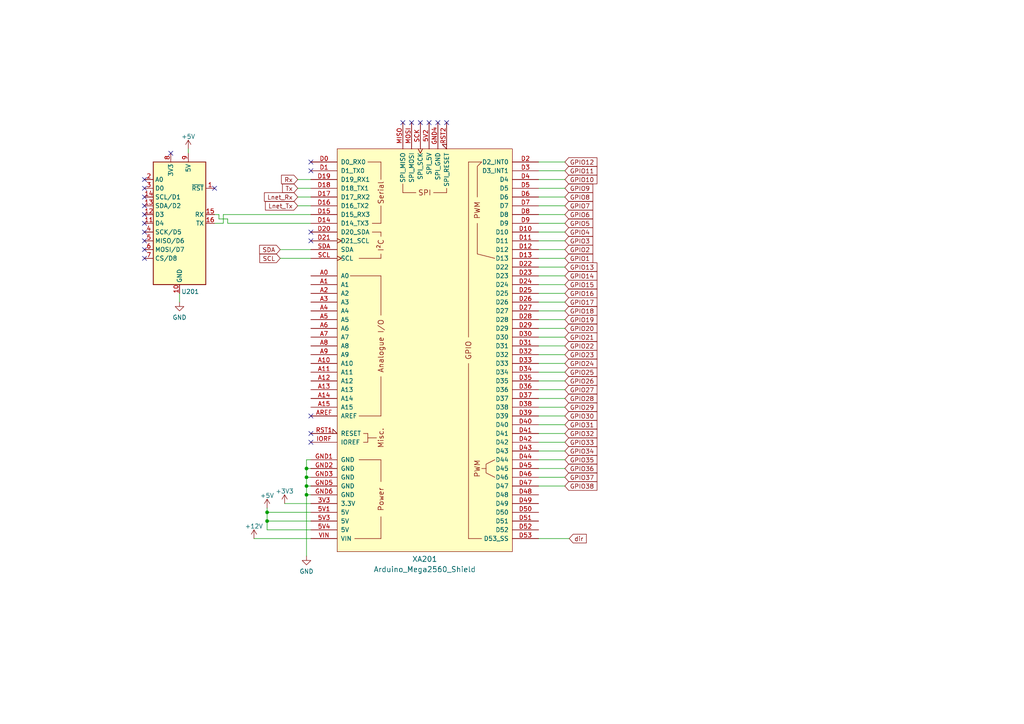
<source format=kicad_sch>
(kicad_sch (version 20211123) (generator eeschema)
  (paper "A4")
  (lib_symbols
    (symbol "MCU_Module:WeMos_D1_mini"
      (property "Reference" "U" (at 3.81 19.05 0))
      (property "Value" "WeMos_D1_mini" (at 1.27 -19.05 0))
      (symbol "WeMos_D1_mini_1_1"
        (rectangle (start -7.62 17.78) (end 7.62 -17.78) (stroke (width 0.254)) (fill (type background)))
        (pin input line (at -10.16 10.16 0) (length 2.54) (name "~{RST}") (number "1"))
        (pin power_in line (at 0 -20.32 90) (length 2.54) (name "GND") (number "10"))
        (pin bidirectional line (at 10.16 0 180) (length 2.54) (name "D4") (number "11"))
        (pin bidirectional line (at 10.16 2.54 180) (length 2.54) (name "D3") (number "12"))
        (pin bidirectional line (at 10.16 5.08 180) (length 2.54) (name "SDA/D2") (number "13"))
        (pin bidirectional line (at 10.16 7.62 180) (length 2.54) (name "SCL/D1") (number "14"))
        (pin input line (at -10.16 2.54 0) (length 2.54) (name "RX") (number "15"))
        (pin output line (at -10.16 0 0) (length 2.54) (name "TX") (number "16"))
        (pin input line (at 10.16 12.7 180) (length 2.54) (name "A0") (number "2"))
        (pin bidirectional line (at 10.16 10.16 180) (length 2.54) (name "D0") (number "3"))
        (pin bidirectional line (at 10.16 -2.54 180) (length 2.54) (name "SCK/D5") (number "4"))
        (pin bidirectional line (at 10.16 -5.08 180) (length 2.54) (name "MISO/D6") (number "5"))
        (pin bidirectional line (at 10.16 -7.62 180) (length 2.54) (name "MOSI/D7") (number "6"))
        (pin bidirectional line (at 10.16 -10.16 180) (length 2.54) (name "CS/D8") (number "7"))
        (pin power_out line (at 2.54 20.32 270) (length 2.54) (name "3V3") (number "8"))
        (pin power_in line (at -2.54 20.32 270) (length 2.54) (name "5V") (number "9"))
      )
    )
    (symbol "arduino:Arduino_Mega2560_Shield" (pin_names (offset 1.016))
      (property "Reference" "XA" (at 2.54 0 90))
      (property "Value" "Arduino_Mega2560_Shield" (at -2.54 0 90))
      (symbol "Arduino_Mega2560_Shield_0_0"
        (rectangle (start -25.4 -58.42) (end 25.4 58.42) (fill (type background)))
        (rectangle (start -20.32 -54.61) (end -12.7 -54.61))
        (rectangle (start -19.05 -31.75) (end -12.7 -31.75))
        (rectangle (start -19.05 -19.05) (end -12.7 -19.05))
        (rectangle (start -19.05 26.67) (end -12.7 26.67))
        (rectangle (start -17.78 -26.67) (end -16.51 -26.67))
        (rectangle (start -17.78 -24.13) (end -16.51 -24.13))
        (rectangle (start -16.51 -25.4) (end -13.97 -25.4))
        (rectangle (start -16.51 -24.13) (end -16.51 -26.67))
        (rectangle (start -16.51 54.61) (end -12.7 54.61))
        (rectangle (start -15.24 34.29) (end -12.7 34.29))
        (rectangle (start -15.24 36.83) (end -12.7 36.83))
        (rectangle (start -12.7 -54.61) (end -12.7 -48.26))
        (rectangle (start -12.7 -31.75) (end -12.7 -38.1))
        (rectangle (start -12.7 26.67) (end -12.7 27.94))
        (rectangle (start -12.7 34.29) (end -12.7 33.02))
        (rectangle (start -12.7 41.91) (end -12.7 36.83))
        (rectangle (start -12.7 49.53) (end -12.7 54.61))
        (rectangle (start -6.35 48.26) (end -6.35 45.72))
        (rectangle (start -2.54 45.72) (end -6.35 45.72))
        (polyline (pts (xy -21.59 21.59) (xy -12.7 21.59)))
        (polyline (pts (xy -12.7 -19.05) (xy -12.7 -7.62)))
        (polyline (pts (xy -12.7 10.16) (xy -12.7 21.59)))
        (polyline (pts (xy 12.7 -54.61) (xy 16.51 -54.61)))
        (polyline (pts (xy 12.7 54.61) (xy 16.51 54.61)))
        (polyline (pts (xy 17.78 -34.29) (xy 16.51 -34.29)))
        (polyline (pts (xy 15.24 36.83) (xy 15.24 27.94) (xy 20.32 26.67)))
        (polyline (pts (xy 15.24 44.45) (xy 15.24 53.34) (xy 16.51 54.61)))
        (polyline (pts (xy 20.32 -31.75) (xy 17.78 -33.02) (xy 17.78 -35.56) (xy 20.32 -36.83)))
        (rectangle (start 6.35 45.72) (end 2.54 45.72))
        (rectangle (start 6.35 46.99) (end 6.35 45.72))
        (text "Analogue I/O" (at -12.7 1.27 900) (effects (font (size 1.524 1.524))))
        (text "I²C" (at -12.7 30.48 900) (effects (font (size 1.524 1.524))))
        (text "Misc." (at -12.7 -25.4 900) (effects (font (size 1.524 1.524))))
        (text "Power" (at -12.7 -43.18 900) (effects (font (size 1.524 1.524))))
        (text "PWM" (at 15.24 -34.29 900) (effects (font (size 1.524 1.524))))
        (text "PWM" (at 15.24 40.64 900) (effects (font (size 1.524 1.524))))
        (text "Serial" (at -12.7 45.72 900) (effects (font (size 1.524 1.524))))
        (text "SPI" (at 0 45.72 0) (effects (font (size 1.524 1.524))))
      )
      (symbol "Arduino_Mega2560_Shield_1_0"
        (rectangle (start 12.7 -54.61) (end 12.7 -3.81))
        (rectangle (start 12.7 54.61) (end 12.7 3.81))
        (text "GPIO" (at 12.7 0 900) (effects (font (size 1.524 1.524))))
      )
      (symbol "Arduino_Mega2560_Shield_1_1"
        (pin power_out line (at -33.02 -44.45 0) (length 7.62) (name "3.3V") (number "3V3"))
        (pin power_in line (at -33.02 -46.99 0) (length 7.62) (name "5V") (number "5V1"))
        (pin power_in line (at 1.27 66.04 270) (length 7.62) (name "SPI_5V") (number "5V2"))
        (pin power_in line (at -33.02 -49.53 0) (length 7.62) (name "5V") (number "5V3"))
        (pin power_in line (at -33.02 -52.07 0) (length 7.62) (name "5V") (number "5V4"))
        (pin bidirectional line (at -33.02 21.59 0) (length 7.62) (name "A0") (number "A0"))
        (pin bidirectional line (at -33.02 19.05 0) (length 7.62) (name "A1") (number "A1"))
        (pin bidirectional line (at -33.02 -3.81 0) (length 7.62) (name "A10") (number "A10"))
        (pin bidirectional line (at -33.02 -6.35 0) (length 7.62) (name "A11") (number "A11"))
        (pin bidirectional line (at -33.02 -8.89 0) (length 7.62) (name "A12") (number "A12"))
        (pin bidirectional line (at -33.02 -11.43 0) (length 7.62) (name "A13") (number "A13"))
        (pin bidirectional line (at -33.02 -13.97 0) (length 7.62) (name "A14") (number "A14"))
        (pin bidirectional line (at -33.02 -16.51 0) (length 7.62) (name "A15") (number "A15"))
        (pin bidirectional line (at -33.02 16.51 0) (length 7.62) (name "A2") (number "A2"))
        (pin bidirectional line (at -33.02 13.97 0) (length 7.62) (name "A3") (number "A3"))
        (pin bidirectional line (at -33.02 11.43 0) (length 7.62) (name "A4") (number "A4"))
        (pin bidirectional line (at -33.02 8.89 0) (length 7.62) (name "A5") (number "A5"))
        (pin bidirectional line (at -33.02 6.35 0) (length 7.62) (name "A6") (number "A6"))
        (pin bidirectional line (at -33.02 3.81 0) (length 7.62) (name "A7") (number "A7"))
        (pin bidirectional line (at -33.02 1.27 0) (length 7.62) (name "A8") (number "A8"))
        (pin bidirectional line (at -33.02 -1.27 0) (length 7.62) (name "A9") (number "A9"))
        (pin input line (at -33.02 -19.05 0) (length 7.62) (name "AREF") (number "AREF"))
        (pin bidirectional line (at -33.02 54.61 0) (length 7.62) (name "D0_RX0") (number "D0"))
        (pin bidirectional line (at -33.02 52.07 0) (length 7.62) (name "D1_TX0") (number "D1"))
        (pin bidirectional line (at 33.02 34.29 180) (length 7.62) (name "D10") (number "D10"))
        (pin bidirectional line (at 33.02 31.75 180) (length 7.62) (name "D11") (number "D11"))
        (pin bidirectional line (at 33.02 29.21 180) (length 7.62) (name "D12") (number "D12"))
        (pin bidirectional line (at 33.02 26.67 180) (length 7.62) (name "D13") (number "D13"))
        (pin bidirectional line (at -33.02 36.83 0) (length 7.62) (name "D14_TX3") (number "D14"))
        (pin bidirectional line (at -33.02 39.37 0) (length 7.62) (name "D15_RX3") (number "D15"))
        (pin bidirectional line (at -33.02 41.91 0) (length 7.62) (name "D16_TX2") (number "D16"))
        (pin bidirectional line (at -33.02 44.45 0) (length 7.62) (name "D17_RX2") (number "D17"))
        (pin bidirectional line (at -33.02 46.99 0) (length 7.62) (name "D18_TX1") (number "D18"))
        (pin bidirectional line (at -33.02 49.53 0) (length 7.62) (name "D19_RX1") (number "D19"))
        (pin bidirectional line (at 33.02 54.61 180) (length 7.62) (name "D2_INT0") (number "D2"))
        (pin bidirectional line (at -33.02 34.29 0) (length 7.62) (name "D20_SDA") (number "D20"))
        (pin bidirectional clock (at -33.02 31.75 0) (length 7.62) (name "D21_SCL") (number "D21"))
        (pin bidirectional line (at 33.02 24.13 180) (length 7.62) (name "D22") (number "D22"))
        (pin bidirectional line (at 33.02 21.59 180) (length 7.62) (name "D23") (number "D23"))
        (pin bidirectional line (at 33.02 19.05 180) (length 7.62) (name "D24") (number "D24"))
        (pin bidirectional line (at 33.02 16.51 180) (length 7.62) (name "D25") (number "D25"))
        (pin bidirectional line (at 33.02 13.97 180) (length 7.62) (name "D26") (number "D26"))
        (pin bidirectional line (at 33.02 11.43 180) (length 7.62) (name "D27") (number "D27"))
        (pin bidirectional line (at 33.02 8.89 180) (length 7.62) (name "D28") (number "D28"))
        (pin bidirectional line (at 33.02 6.35 180) (length 7.62) (name "D29") (number "D29"))
        (pin bidirectional line (at 33.02 52.07 180) (length 7.62) (name "D3_INT1") (number "D3"))
        (pin bidirectional line (at 33.02 3.81 180) (length 7.62) (name "D30") (number "D30"))
        (pin bidirectional line (at 33.02 1.27 180) (length 7.62) (name "D31") (number "D31"))
        (pin bidirectional line (at 33.02 -1.27 180) (length 7.62) (name "D32") (number "D32"))
        (pin bidirectional line (at 33.02 -3.81 180) (length 7.62) (name "D33") (number "D33"))
        (pin bidirectional line (at 33.02 -6.35 180) (length 7.62) (name "D34") (number "D34"))
        (pin bidirectional line (at 33.02 -8.89 180) (length 7.62) (name "D35") (number "D35"))
        (pin bidirectional line (at 33.02 -11.43 180) (length 7.62) (name "D36") (number "D36"))
        (pin bidirectional line (at 33.02 -13.97 180) (length 7.62) (name "D37") (number "D37"))
        (pin bidirectional line (at 33.02 -16.51 180) (length 7.62) (name "D38") (number "D38"))
        (pin bidirectional line (at 33.02 -19.05 180) (length 7.62) (name "D39") (number "D39"))
        (pin bidirectional line (at 33.02 49.53 180) (length 7.62) (name "D4") (number "D4"))
        (pin bidirectional line (at 33.02 -21.59 180) (length 7.62) (name "D40") (number "D40"))
        (pin bidirectional line (at 33.02 -24.13 180) (length 7.62) (name "D41") (number "D41"))
        (pin bidirectional line (at 33.02 -26.67 180) (length 7.62) (name "D42") (number "D42"))
        (pin bidirectional line (at 33.02 -29.21 180) (length 7.62) (name "D43") (number "D43"))
        (pin bidirectional line (at 33.02 -31.75 180) (length 7.62) (name "D44") (number "D44"))
        (pin bidirectional line (at 33.02 -34.29 180) (length 7.62) (name "D45") (number "D45"))
        (pin bidirectional line (at 33.02 -36.83 180) (length 7.62) (name "D46") (number "D46"))
        (pin bidirectional line (at 33.02 -39.37 180) (length 7.62) (name "D47") (number "D47"))
        (pin bidirectional line (at 33.02 -41.91 180) (length 7.62) (name "D48") (number "D48"))
        (pin bidirectional line (at 33.02 -44.45 180) (length 7.62) (name "D49") (number "D49"))
        (pin bidirectional line (at 33.02 46.99 180) (length 7.62) (name "D5") (number "D5"))
        (pin bidirectional line (at 33.02 -46.99 180) (length 7.62) (name "D50") (number "D50"))
        (pin bidirectional line (at 33.02 -49.53 180) (length 7.62) (name "D51") (number "D51"))
        (pin bidirectional line (at 33.02 -52.07 180) (length 7.62) (name "D52") (number "D52"))
        (pin bidirectional line (at 33.02 -54.61 180) (length 7.62) (name "D53_SS") (number "D53"))
        (pin bidirectional line (at 33.02 44.45 180) (length 7.62) (name "D6") (number "D6"))
        (pin bidirectional line (at 33.02 41.91 180) (length 7.62) (name "D7") (number "D7"))
        (pin bidirectional line (at 33.02 39.37 180) (length 7.62) (name "D8") (number "D8"))
        (pin bidirectional line (at 33.02 36.83 180) (length 7.62) (name "D9") (number "D9"))
        (pin power_in line (at -33.02 -31.75 0) (length 7.62) (name "GND") (number "GND1"))
        (pin power_in line (at -33.02 -34.29 0) (length 7.62) (name "GND") (number "GND2"))
        (pin power_in line (at -33.02 -36.83 0) (length 7.62) (name "GND") (number "GND3"))
        (pin power_in line (at 3.81 66.04 270) (length 7.62) (name "SPI_GND") (number "GND4"))
        (pin power_in line (at -33.02 -39.37 0) (length 7.62) (name "GND") (number "GND5"))
        (pin power_in line (at -33.02 -41.91 0) (length 7.62) (name "GND") (number "GND6"))
        (pin output line (at -33.02 -26.67 0) (length 7.62) (name "IOREF") (number "IORF"))
        (pin input line (at -6.35 66.04 270) (length 7.62) (name "SPI_MISO") (number "MISO"))
        (pin output line (at -3.81 66.04 270) (length 7.62) (name "SPI_MOSI") (number "MOSI"))
        (pin open_collector input_low (at -33.02 -24.13 0) (length 7.62) (name "RESET") (number "RST1"))
        (pin open_collector input_low (at 6.35 66.04 270) (length 7.62) (name "SPI_RESET") (number "RST2"))
        (pin output clock (at -1.27 66.04 270) (length 7.62) (name "SPI_SCK") (number "SCK"))
        (pin bidirectional clock (at -33.02 26.67 0) (length 7.62) (name "SCL") (number "SCL"))
        (pin bidirectional line (at -33.02 29.21 0) (length 7.62) (name "SDA") (number "SDA"))
        (pin power_in line (at -33.02 -54.61 0) (length 7.62) (name "VIN") (number "VIN"))
      )
    )
    (symbol "power:+12V" (power) (pin_names (offset 0))
      (property "Value" "+12V" (at 0 3.556 0))
      (symbol "+12V_0_1"
        (polyline (pts (xy -0.762 1.27) (xy 0 2.54)))
        (polyline (pts (xy 0 0) (xy 0 2.54)))
        (polyline (pts (xy 0 2.54) (xy 0.762 1.27)))
      )
      (symbol "+12V_1_1"
        (pin power_in line (at 0 0 90) (length 0) hide (name "+12V") (number "1"))
      )
    )
    (symbol "power:+3V3" (power) (pin_names (offset 0))
      (property "Value" "+3V3" (at 0 3.556 0))
      (symbol "+3V3_0_1"
        (polyline (pts (xy -0.762 1.27) (xy 0 2.54)))
        (polyline (pts (xy 0 0) (xy 0 2.54)))
        (polyline (pts (xy 0 2.54) (xy 0.762 1.27)))
      )
      (symbol "+3V3_1_1"
        (pin power_in line (at 0 0 90) (length 0) hide (name "+3V3") (number "1"))
      )
    )
    (symbol "power:+5V" (power) (pin_names (offset 0))
      (property "Value" "+5V" (at 0 3.556 0))
      (symbol "+5V_0_1"
        (polyline (pts (xy -0.762 1.27) (xy 0 2.54)))
        (polyline (pts (xy 0 0) (xy 0 2.54)))
        (polyline (pts (xy 0 2.54) (xy 0.762 1.27)))
      )
      (symbol "+5V_1_1"
        (pin power_in line (at 0 0 90) (length 0) hide (name "+5V") (number "1"))
      )
    )
    (symbol "power:GND" (power) (pin_names (offset 0))
      (property "Value" "GND" (at 0 -3.81 0))
      (symbol "GND_0_1"
        (polyline (pts (xy 0 0) (xy 0 -1.27) (xy 1.27 -1.27) (xy 0 -2.54) (xy -1.27 -1.27) (xy 0 -1.27)))
      )
      (symbol "GND_1_1"
        (pin power_in line (at 0 0 270) (length 0) hide (name "GND") (number "1"))
      )
    )
  )
  (junction (at 88.9 138.43))
  (junction (at 88.9 143.51))
  (junction (at 77.47 151.13))
  (junction (at 77.47 148.59))
  (junction (at 88.9 135.89))
  (junction (at 88.9 140.97))
  (no_connect (at 90.17 69.85))
  (no_connect (at 62.23 54.61))
  (no_connect (at 49.53 44.45))
  (no_connect (at 41.91 52.07))
  (no_connect (at 41.91 54.61))
  (no_connect (at 41.91 57.15))
  (no_connect (at 41.91 59.69))
  (no_connect (at 41.91 62.23))
  (no_connect (at 41.91 64.77))
  (no_connect (at 41.91 67.31))
  (no_connect (at 41.91 69.85))
  (no_connect (at 41.91 72.39))
  (no_connect (at 41.91 74.93))
  (no_connect (at 90.17 67.31))
  (no_connect (at 90.17 49.53))
  (no_connect (at 90.17 46.99))
  (no_connect (at 129.54 35.56))
  (no_connect (at 127 35.56))
  (no_connect (at 124.46 35.56))
  (no_connect (at 121.92 35.56))
  (no_connect (at 119.38 35.56))
  (no_connect (at 116.84 35.56))
  (no_connect (at 90.17 120.65))
  (no_connect (at 90.17 128.27))
  (no_connect (at 90.17 125.73))
  (wire (pts (xy 82.55 146.05) (xy 90.17 146.05)))
  (wire (pts (xy 81.28 74.93) (xy 90.17 74.93)))
  (wire (pts (xy 73.66 156.21) (xy 90.17 156.21)))
  (wire (pts (xy 163.83 107.95) (xy 156.21 107.95)))
  (wire (pts (xy 163.83 105.41) (xy 156.21 105.41)))
  (wire (pts (xy 86.36 52.07) (xy 90.17 52.07)))
  (wire (pts (xy 63.5 63.5) (xy 63.5 62.23)))
  (wire (pts (xy 88.9 140.97) (xy 90.17 140.97)))
  (wire (pts (xy 86.36 57.15) (xy 90.17 57.15)))
  (wire (pts (xy 163.83 67.31) (xy 156.21 67.31)))
  (wire (pts (xy 163.83 113.03) (xy 156.21 113.03)))
  (wire (pts (xy 88.9 133.35) (xy 90.17 133.35)))
  (wire (pts (xy 88.9 138.43) (xy 88.9 135.89)))
  (wire (pts (xy 163.83 120.65) (xy 156.21 120.65)))
  (wire (pts (xy 62.23 62.23) (xy 63.5 62.23)))
  (wire (pts (xy 77.47 148.59) (xy 90.17 148.59)))
  (wire (pts (xy 64.77 64.77) (xy 64.77 62.23)))
  (wire (pts (xy 88.9 135.89) (xy 88.9 133.35)))
  (wire (pts (xy 163.83 52.07) (xy 156.21 52.07)))
  (wire (pts (xy 163.83 87.63) (xy 156.21 87.63)))
  (wire (pts (xy 163.83 46.99) (xy 156.21 46.99)))
  (wire (pts (xy 163.83 97.79) (xy 156.21 97.79)))
  (wire (pts (xy 163.83 77.47) (xy 156.21 77.47)))
  (wire (pts (xy 163.83 100.33) (xy 156.21 100.33)))
  (wire (pts (xy 163.83 59.69) (xy 156.21 59.69)))
  (wire (pts (xy 163.83 72.39) (xy 156.21 72.39)))
  (wire (pts (xy 77.47 151.13) (xy 90.17 151.13)))
  (wire (pts (xy 163.83 133.35) (xy 156.21 133.35)))
  (wire (pts (xy 163.83 102.87) (xy 156.21 102.87)))
  (wire (pts (xy 163.83 69.85) (xy 156.21 69.85)))
  (wire (pts (xy 163.83 64.77) (xy 156.21 64.77)))
  (wire (pts (xy 54.61 43.18) (xy 54.61 44.45)))
  (wire (pts (xy 163.83 82.55) (xy 156.21 82.55)))
  (wire (pts (xy 88.9 143.51) (xy 90.17 143.51)))
  (wire (pts (xy 77.47 148.59) (xy 77.47 151.13)))
  (wire (pts (xy 163.83 95.25) (xy 156.21 95.25)))
  (wire (pts (xy 163.83 128.27) (xy 156.21 128.27)))
  (wire (pts (xy 163.83 138.43) (xy 156.21 138.43)))
  (wire (pts (xy 163.83 135.89) (xy 156.21 135.89)))
  (wire (pts (xy 163.83 90.17) (xy 156.21 90.17)))
  (wire (pts (xy 77.47 147.32) (xy 77.47 148.59)))
  (wire (pts (xy 163.83 110.49) (xy 156.21 110.49)))
  (wire (pts (xy 163.83 140.97) (xy 156.21 140.97)))
  (wire (pts (xy 163.83 125.73) (xy 156.21 125.73)))
  (wire (pts (xy 163.83 62.23) (xy 156.21 62.23)))
  (wire (pts (xy 86.36 54.61) (xy 90.17 54.61)))
  (wire (pts (xy 163.83 54.61) (xy 156.21 54.61)))
  (wire (pts (xy 88.9 138.43) (xy 90.17 138.43)))
  (wire (pts (xy 81.28 72.39) (xy 90.17 72.39)))
  (wire (pts (xy 156.21 156.21) (xy 165.1 156.21)))
  (wire (pts (xy 163.83 118.11) (xy 156.21 118.11)))
  (wire (pts (xy 163.83 80.01) (xy 156.21 80.01)))
  (wire (pts (xy 77.47 153.67) (xy 77.47 151.13)))
  (wire (pts (xy 86.36 59.69) (xy 90.17 59.69)))
  (wire (pts (xy 163.83 115.57) (xy 156.21 115.57)))
  (wire (pts (xy 66.04 63.5) (xy 63.5 63.5)))
  (wire (pts (xy 66.04 64.77) (xy 66.04 63.5)))
  (wire (pts (xy 88.9 140.97) (xy 88.9 138.43)))
  (wire (pts (xy 163.83 49.53) (xy 156.21 49.53)))
  (wire (pts (xy 88.9 143.51) (xy 88.9 140.97)))
  (wire (pts (xy 88.9 135.89) (xy 90.17 135.89)))
  (wire (pts (xy 163.83 57.15) (xy 156.21 57.15)))
  (wire (pts (xy 90.17 153.67) (xy 77.47 153.67)))
  (wire (pts (xy 52.07 85.09) (xy 52.07 87.63)))
  (wire (pts (xy 163.83 85.09) (xy 156.21 85.09)))
  (wire (pts (xy 88.9 161.29) (xy 88.9 143.51)))
  (wire (pts (xy 64.77 62.23) (xy 90.17 62.23)))
  (wire (pts (xy 66.04 64.77) (xy 90.17 64.77)))
  (wire (pts (xy 62.23 64.77) (xy 64.77 64.77)))
  (wire (pts (xy 163.83 92.71) (xy 156.21 92.71)))
  (wire (pts (xy 163.83 74.93) (xy 156.21 74.93)))
  (wire (pts (xy 163.83 130.81) (xy 156.21 130.81)))
  (wire (pts (xy 163.83 123.19) (xy 156.21 123.19)))
  (global_label "GPIO5" (shape input) (at 163.83 64.77 0) (property "Intersheet References" "${INTERSHEET_REFS}" (effects hide)))
  (global_label "Lnet_Rx" (shape input) (at 86.36 57.15 180) (property "Intersheet References" "${INTERSHEET_REFS}" (effects hide)))
  (global_label "GPIO20" (shape input) (at 163.83 95.25 0) (property "Intersheet References" "${INTERSHEET_REFS}" (effects hide)))
  (global_label "GPIO37" (shape input) (at 163.83 138.43 0) (property "Intersheet References" "${INTERSHEET_REFS}" (effects hide)))
  (global_label "SDA" (shape input) (at 81.28 72.39 180) (property "Intersheet References" "${INTERSHEET_REFS}" (effects hide)))
  (global_label "GPIO14" (shape input) (at 163.83 80.01 0) (property "Intersheet References" "${INTERSHEET_REFS}" (effects hide)))
  (global_label "GPIO9" (shape input) (at 163.83 54.61 0) (property "Intersheet References" "${INTERSHEET_REFS}" (effects hide)))
  (global_label "GPIO38" (shape input) (at 163.83 140.97 0) (property "Intersheet References" "${INTERSHEET_REFS}" (effects hide)))
  (global_label "GPIO31" (shape input) (at 163.83 123.19 0) (property "Intersheet References" "${INTERSHEET_REFS}" (effects hide)))
  (global_label "GPIO30" (shape input) (at 163.83 120.65 0) (property "Intersheet References" "${INTERSHEET_REFS}" (effects hide)))
  (global_label "GPIO17" (shape input) (at 163.83 87.63 0) (property "Intersheet References" "${INTERSHEET_REFS}" (effects hide)))
  (global_label "GPIO10" (shape input) (at 163.83 52.07 0) (property "Intersheet References" "${INTERSHEET_REFS}" (effects hide)))
  (global_label "GPIO27" (shape input) (at 163.83 113.03 0) (property "Intersheet References" "${INTERSHEET_REFS}" (effects hide)))
  (global_label "GPIO21" (shape input) (at 163.83 97.79 0) (property "Intersheet References" "${INTERSHEET_REFS}" (effects hide)))
  (global_label "GPIO28" (shape input) (at 163.83 115.57 0) (property "Intersheet References" "${INTERSHEET_REFS}" (effects hide)))
  (global_label "GPIO35" (shape input) (at 163.83 133.35 0) (property "Intersheet References" "${INTERSHEET_REFS}" (effects hide)))
  (global_label "GPIO15" (shape input) (at 163.83 82.55 0) (property "Intersheet References" "${INTERSHEET_REFS}" (effects hide)))
  (global_label "Tx" (shape input) (at 86.36 54.61 180) (property "Intersheet References" "${INTERSHEET_REFS}" (effects hide)))
  (global_label "GPIO4" (shape input) (at 163.83 67.31 0) (property "Intersheet References" "${INTERSHEET_REFS}" (effects hide)))
  (global_label "GPIO16" (shape input) (at 163.83 85.09 0) (property "Intersheet References" "${INTERSHEET_REFS}" (effects hide)))
  (global_label "GPIO22" (shape input) (at 163.83 100.33 0) (property "Intersheet References" "${INTERSHEET_REFS}" (effects hide)))
  (global_label "GPIO12" (shape input) (at 163.83 46.99 0) (property "Intersheet References" "${INTERSHEET_REFS}" (effects hide)))
  (global_label "GPIO23" (shape input) (at 163.83 102.87 0) (property "Intersheet References" "${INTERSHEET_REFS}" (effects hide)))
  (global_label "GPIO1" (shape input) (at 163.83 74.93 0) (property "Intersheet References" "${INTERSHEET_REFS}" (effects hide)))
  (global_label "GPIO8" (shape input) (at 163.83 57.15 0) (property "Intersheet References" "${INTERSHEET_REFS}" (effects hide)))
  (global_label "Lnet_Tx" (shape input) (at 86.36 59.69 180) (property "Intersheet References" "${INTERSHEET_REFS}" (effects hide)))
  (global_label "GPIO7" (shape input) (at 163.83 59.69 0) (property "Intersheet References" "${INTERSHEET_REFS}" (effects hide)))
  (global_label "GPIO25" (shape input) (at 163.83 107.95 0) (property "Intersheet References" "${INTERSHEET_REFS}" (effects hide)))
  (global_label "SCL" (shape input) (at 81.28 74.93 180) (property "Intersheet References" "${INTERSHEET_REFS}" (effects hide)))
  (global_label "GPIO36" (shape input) (at 163.83 135.89 0) (property "Intersheet References" "${INTERSHEET_REFS}" (effects hide)))
  (global_label "GPIO2" (shape input) (at 163.83 72.39 0) (property "Intersheet References" "${INTERSHEET_REFS}" (effects hide)))
  (global_label "GPIO6" (shape input) (at 163.83 62.23 0) (property "Intersheet References" "${INTERSHEET_REFS}" (effects hide)))
  (global_label "GPIO11" (shape input) (at 163.83 49.53 0) (property "Intersheet References" "${INTERSHEET_REFS}" (effects hide)))
  (global_label "GPIO18" (shape input) (at 163.83 90.17 0) (property "Intersheet References" "${INTERSHEET_REFS}" (effects hide)))
  (global_label "GPIO13" (shape input) (at 163.83 77.47 0) (property "Intersheet References" "${INTERSHEET_REFS}" (effects hide)))
  (global_label "GPIO24" (shape input) (at 163.83 105.41 0) (property "Intersheet References" "${INTERSHEET_REFS}" (effects hide)))
  (global_label "GPIO26" (shape input) (at 163.83 110.49 0) (property "Intersheet References" "${INTERSHEET_REFS}" (effects hide)))
  (global_label "GPIO33" (shape input) (at 163.83 128.27 0) (property "Intersheet References" "${INTERSHEET_REFS}" (effects hide)))
  (global_label "GPIO34" (shape input) (at 163.83 130.81 0) (property "Intersheet References" "${INTERSHEET_REFS}" (effects hide)))
  (global_label "Rx" (shape input) (at 86.36 52.07 180) (property "Intersheet References" "${INTERSHEET_REFS}" (effects hide)))
  (global_label "GPIO29" (shape input) (at 163.83 118.11 0) (property "Intersheet References" "${INTERSHEET_REFS}" (effects hide)))
  (global_label "GPIO32" (shape input) (at 163.83 125.73 0) (property "Intersheet References" "${INTERSHEET_REFS}" (effects hide)))
  (global_label "GPIO19" (shape input) (at 163.83 92.71 0) (property "Intersheet References" "${INTERSHEET_REFS}" (effects hide)))
  (global_label "dir" (shape input) (at 165.1 156.21 0) (property "Intersheet References" "${INTERSHEET_REFS}" (effects hide)))
  (global_label "GPIO3" (shape input) (at 163.83 69.85 0) (property "Intersheet References" "${INTERSHEET_REFS}" (effects hide)))
  (symbol (lib_id "power:+5V") (at 54.61 43.18 0) (unit 1)
    (property "Reference" "#PWR0101" (effects hide))
    (property "Value" "+5V" (at 54.61 39.6042 0))
  )
  (symbol (lib_id "MCU_Module:WeMos_D1_mini") (at 52.07 64.77 0) (mirror y) (unit 1)
    (property "Reference" "U201" (at 52.5906 84.5804 0) (effects (justify right)))
    (property "Datasheet" "https://wiki.wemos.cc/products:d1:d1_mini#documentation" (effects hide))
  )
  (symbol (lib_id "power:+3V3") (at 82.55 146.05 0) (unit 1)
    (property "Reference" "#PWR0203" (effects hide))
    (property "Value" "+3V3" (at 82.55 142.4742 0))
  )
  (symbol (lib_id "arduino:Arduino_Mega2560_Shield") (at 123.19 101.6 0) (unit 1)
    (property "Reference" "XA201" (at 123.19 162.1517 0) (effects (font (size 1.524 1.524))))
    (property "Value" "Arduino_Mega2560_Shield" (at 123.19 165.1451 0) (effects (font (size 1.524 1.524))))
    (property "Datasheet" "https://docs.arduino.cc/hardware/mega-2560" (effects hide))
  )
  (symbol (lib_id "power:GND") (at 52.07 87.63 0) (unit 1)
    (property "Reference" "#PWR0202" (effects hide))
  )
  (symbol (lib_id "power:+5V") (at 77.47 147.32 0) (unit 1)
    (property "Reference" "#PWR0204" (effects hide))
    (property "Value" "+5V" (at 77.47 143.7442 0))
  )
  (symbol (lib_id "power:GND") (at 88.9 161.29 0) (unit 1)
    (property "Reference" "#PWR0206" (effects hide))
    (property "Value" "GND" (at 88.9 165.7334 0))
  )
  (symbol (lib_id "power:+12V") (at 73.66 156.21 0) (unit 1)
    (property "Reference" "#PWR0205" (effects hide))
    (property "Value" "+12V" (at 73.66 152.6342 0))
  )
)
</source>
